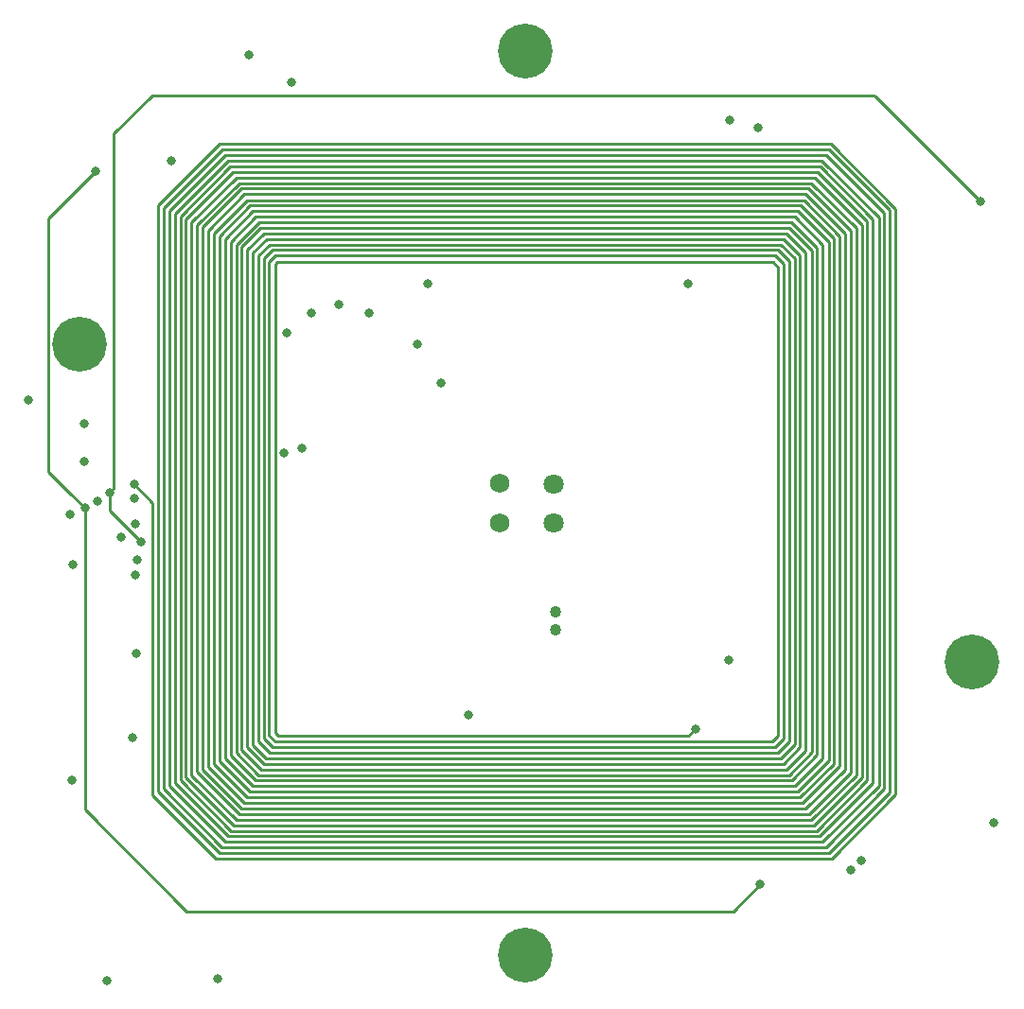
<source format=gbr>
%TF.GenerationSoftware,KiCad,Pcbnew,(5.1.10)-1*%
%TF.CreationDate,2022-11-13T15:12:26-08:00*%
%TF.ProjectId,-ZFace,2d5a4661-6365-42e6-9b69-6361645f7063,1.0*%
%TF.SameCoordinates,Original*%
%TF.FileFunction,Copper,L2,Inr*%
%TF.FilePolarity,Positive*%
%FSLAX46Y46*%
G04 Gerber Fmt 4.6, Leading zero omitted, Abs format (unit mm)*
G04 Created by KiCad (PCBNEW (5.1.10)-1) date 2022-11-13 15:12:26*
%MOMM*%
%LPD*%
G01*
G04 APERTURE LIST*
%TA.AperFunction,ComponentPad*%
%ADD10C,1.750000*%
%TD*%
%TA.AperFunction,ComponentPad*%
%ADD11C,1.800000*%
%TD*%
%TA.AperFunction,ComponentPad*%
%ADD12C,1.030000*%
%TD*%
%TA.AperFunction,ComponentPad*%
%ADD13C,4.900000*%
%TD*%
%TA.AperFunction,ViaPad*%
%ADD14C,0.800000*%
%TD*%
%TA.AperFunction,Conductor*%
%ADD15C,0.250000*%
%TD*%
G04 APERTURE END LIST*
D10*
%TO.N,Net-(J8-Pad1)*%
%TO.C,J8*%
X158200000Y-83750000D03*
%TO.N,Net-(J8-Pad2)*%
X158200000Y-80250000D03*
%TD*%
D11*
%TO.N,Net-(J6-Pad2)*%
%TO.C,J7*%
X163000000Y-83800000D03*
%TO.N,Net-(J6-Pad1)*%
X163000000Y-80300000D03*
%TD*%
D12*
%TO.N,Net-(J6-Pad2)*%
%TO.C,J6*%
X163150000Y-93325000D03*
%TO.N,Net-(J6-Pad1)*%
X163150000Y-91775000D03*
%TD*%
D13*
%TO.N,Net-(J13-Pad1)*%
%TO.C,J13*%
X200450000Y-96250000D03*
%TD*%
%TO.N,Net-(J12-Pad1)*%
%TO.C,J12*%
X160500000Y-41550000D03*
%TD*%
%TO.N,Net-(J11-Pad1)*%
%TO.C,J11*%
X120550000Y-67750000D03*
%TD*%
%TO.N,Net-(J14-Pad1)*%
%TO.C,J14*%
X160500000Y-122450000D03*
%TD*%
D14*
%TO.N,GND*%
X121000000Y-78300000D03*
X124300000Y-85050000D03*
X121000000Y-74900000D03*
X152950000Y-71250000D03*
X139150000Y-66800000D03*
X125700000Y-95500000D03*
X132950000Y-124600000D03*
X178650000Y-96100000D03*
X150810000Y-67740000D03*
X202400000Y-110600000D03*
X155400000Y-100950000D03*
%TO.N,VSOLAR*%
X119950000Y-87500000D03*
X135725000Y-41875000D03*
X119925000Y-106775000D03*
X116050000Y-72800000D03*
X123000000Y-124750000D03*
%TO.N,3V3*%
X128800000Y-51350000D03*
X189600000Y-114850000D03*
X125575000Y-83875000D03*
X181300000Y-48400000D03*
%TO.N,Net-(D1-Pad1)*%
X151700000Y-62400000D03*
X175000000Y-62400000D03*
%TO.N,+MagZ*%
X175700000Y-102200000D03*
X125450000Y-80350000D03*
X125450000Y-81600000D03*
%TO.N,-MagY*%
X123250000Y-81050000D03*
X126100000Y-85500000D03*
X201150000Y-55000000D03*
%TO.N,+MagY*%
X122200000Y-81800000D03*
X125285000Y-102965000D03*
X178775000Y-47725000D03*
%TO.N,-MagX*%
X121050000Y-82450000D03*
X181465000Y-116135000D03*
X122050000Y-52250000D03*
%TO.N,+MagX*%
X119700000Y-83000000D03*
X139543205Y-44356795D03*
X190500000Y-114000000D03*
%TO.N,SCL4*%
X125750000Y-87100000D03*
X140500000Y-77100000D03*
%TO.N,SDA4*%
X125550000Y-88400000D03*
X138900000Y-77500000D03*
%TO.N,SCL5*%
X143814999Y-64224999D03*
%TO.N,SDA5*%
X146450000Y-64950000D03*
X141300000Y-64950000D03*
%TD*%
D15*
%TO.N,+MagZ*%
X175700000Y-102200000D02*
X175700000Y-102200000D01*
X138350000Y-102850000D02*
X175050000Y-102850000D01*
X138100000Y-102600000D02*
X138350000Y-102850000D01*
X138100000Y-60550000D02*
X138100000Y-102600000D01*
X138250000Y-60400000D02*
X138100000Y-60550000D01*
X175050000Y-102850000D02*
X175700000Y-102200000D01*
X133100000Y-113350000D02*
X127600000Y-107850000D01*
X187600000Y-113350000D02*
X133100000Y-113350000D01*
X193050000Y-55800000D02*
X193050000Y-107900000D01*
X193050000Y-107900000D02*
X187600000Y-113350000D01*
X133350000Y-50350000D02*
X187600000Y-50350000D01*
X128100000Y-107600000D02*
X128100000Y-55600000D01*
X133300000Y-112800000D02*
X128100000Y-107600000D01*
X192550000Y-107600000D02*
X187350000Y-112800000D01*
X193600000Y-108100000D02*
X187850000Y-113850000D01*
X187600000Y-50350000D02*
X193050000Y-55800000D01*
X192550000Y-56050000D02*
X192550000Y-107600000D01*
X128100000Y-55600000D02*
X133350000Y-50350000D01*
X127600000Y-107850000D02*
X127600000Y-55350000D01*
X187350000Y-112800000D02*
X133300000Y-112800000D01*
X187350000Y-50850000D02*
X192550000Y-56050000D01*
X133100000Y-49850000D02*
X187800000Y-49850000D01*
X187800000Y-49850000D02*
X193600000Y-55650000D01*
X193600000Y-55650000D02*
X193600000Y-108100000D01*
X187850000Y-113850000D02*
X132800000Y-113850000D01*
X132800000Y-113850000D02*
X127100000Y-108150000D01*
X127600000Y-55350000D02*
X133100000Y-49850000D01*
X187350000Y-50850000D02*
X177100000Y-50850000D01*
X177350000Y-50850000D02*
X177100000Y-50850000D01*
X133600000Y-50850000D02*
X177100000Y-50850000D01*
X128600000Y-55850000D02*
X133600000Y-50850000D01*
X128600000Y-107350000D02*
X128600000Y-55850000D01*
X133600000Y-112350000D02*
X128600000Y-107350000D01*
X187050000Y-112350000D02*
X133600000Y-112350000D01*
X190050000Y-57350000D02*
X190050000Y-106350000D01*
X186050000Y-53350000D02*
X190050000Y-57350000D01*
X191050000Y-106850000D02*
X186550000Y-111350000D01*
X131050000Y-57150000D02*
X134850000Y-53350000D01*
X133850000Y-111850000D02*
X129100000Y-107100000D01*
X134850000Y-109850000D02*
X131050000Y-106050000D01*
X185850000Y-109850000D02*
X134850000Y-109850000D01*
X187000000Y-51350000D02*
X192100000Y-56450000D01*
X189550000Y-106150000D02*
X185850000Y-109850000D01*
X135100000Y-109350000D02*
X131600000Y-105850000D01*
X189550000Y-57600000D02*
X189550000Y-106150000D01*
X185800000Y-53850000D02*
X189550000Y-57600000D01*
X134600000Y-110350000D02*
X130600000Y-106350000D01*
X190050000Y-106350000D02*
X186050000Y-110350000D01*
X129100000Y-107100000D02*
X129100000Y-56100000D01*
X135050000Y-53850000D02*
X185800000Y-53850000D01*
X131600000Y-57300000D02*
X135050000Y-53850000D01*
X186850000Y-51900000D02*
X191550000Y-56600000D01*
X131600000Y-105850000D02*
X131600000Y-57300000D01*
X192100000Y-107300000D02*
X187050000Y-112350000D01*
X185400000Y-54900000D02*
X188600000Y-58100000D01*
X131050000Y-106050000D02*
X131050000Y-57150000D01*
X188600000Y-58100000D02*
X188600000Y-105550000D01*
X185550000Y-54350000D02*
X189050000Y-57850000D01*
X134050000Y-51900000D02*
X186850000Y-51900000D01*
X188600000Y-105550000D02*
X185300000Y-108850000D01*
X132100000Y-57600000D02*
X135350000Y-54350000D01*
X185300000Y-108850000D02*
X135350000Y-108850000D01*
X135350000Y-108850000D02*
X132100000Y-105600000D01*
X132100000Y-105600000D02*
X132100000Y-57600000D01*
X186050000Y-110350000D02*
X134600000Y-110350000D01*
X189050000Y-105850000D02*
X185550000Y-109350000D01*
X134350000Y-110850000D02*
X130100000Y-106600000D01*
X135350000Y-54350000D02*
X185550000Y-54350000D01*
X130100000Y-56600000D02*
X134300000Y-52400000D01*
X189050000Y-57850000D02*
X189050000Y-105850000D01*
X134850000Y-53350000D02*
X186050000Y-53350000D01*
X185550000Y-109350000D02*
X135100000Y-109350000D01*
X129600000Y-106850000D02*
X129600000Y-56350000D01*
X130600000Y-106350000D02*
X130600000Y-56850000D01*
X130600000Y-56850000D02*
X134600000Y-52850000D01*
X192100000Y-56450000D02*
X192100000Y-107300000D01*
X134600000Y-52850000D02*
X186350000Y-52850000D01*
X186350000Y-52850000D02*
X190600000Y-57100000D01*
X191550000Y-56600000D02*
X191550000Y-107100000D01*
X190600000Y-57100000D02*
X190600000Y-106550000D01*
X133850000Y-51350000D02*
X187000000Y-51350000D01*
X190600000Y-106550000D02*
X186300000Y-110850000D01*
X186300000Y-110850000D02*
X134350000Y-110850000D01*
X134300000Y-52400000D02*
X186650000Y-52400000D01*
X130100000Y-106600000D02*
X130100000Y-56600000D01*
X186650000Y-52400000D02*
X191050000Y-56800000D01*
X191050000Y-56800000D02*
X191050000Y-106850000D01*
X186550000Y-111350000D02*
X134100000Y-111350000D01*
X134100000Y-111350000D02*
X129600000Y-106850000D01*
X129600000Y-56350000D02*
X134050000Y-51900000D01*
X191550000Y-107100000D02*
X186800000Y-111850000D01*
X186800000Y-111850000D02*
X133850000Y-111850000D01*
X129100000Y-56100000D02*
X133850000Y-51350000D01*
X185400000Y-54900000D02*
X175200000Y-54900000D01*
X175400000Y-54900000D02*
X175200000Y-54900000D01*
X132600000Y-57850000D02*
X135550000Y-54900000D01*
X132600000Y-105350000D02*
X132600000Y-57850000D01*
X187050000Y-58850000D02*
X187050000Y-104900000D01*
X136350000Y-56350000D02*
X184550000Y-56350000D01*
X184600000Y-107350000D02*
X136100000Y-107350000D01*
X135850000Y-55350000D02*
X185100000Y-55350000D01*
X187050000Y-104900000D02*
X184600000Y-107350000D01*
X134100000Y-58600000D02*
X136350000Y-56350000D01*
X135550000Y-54900000D02*
X175200000Y-54900000D01*
X133600000Y-58350000D02*
X136100000Y-55850000D01*
X184800000Y-55850000D02*
X187600000Y-58650000D01*
X136100000Y-107350000D02*
X133600000Y-104850000D01*
X136100000Y-55850000D02*
X184800000Y-55850000D01*
X186550000Y-59150000D02*
X186550000Y-104550000D01*
X186550000Y-104550000D02*
X184300000Y-106800000D01*
X184550000Y-56350000D02*
X187050000Y-58850000D01*
X185100000Y-55350000D02*
X188050000Y-58300000D01*
X184250000Y-56850000D02*
X186550000Y-59150000D01*
X187600000Y-58650000D02*
X187600000Y-105050000D01*
X133100000Y-58100000D02*
X135850000Y-55350000D01*
X134100000Y-104600000D02*
X134100000Y-58600000D01*
X133600000Y-104850000D02*
X133600000Y-58350000D01*
X184300000Y-106800000D02*
X136300000Y-106800000D01*
X188050000Y-58300000D02*
X188050000Y-105350000D01*
X187600000Y-105050000D02*
X184800000Y-107850000D01*
X184800000Y-107850000D02*
X135800000Y-107850000D01*
X136300000Y-106800000D02*
X134100000Y-104600000D01*
X135800000Y-107850000D02*
X133100000Y-105150000D01*
X133100000Y-105150000D02*
X133100000Y-58100000D01*
X188050000Y-105350000D02*
X185050000Y-108350000D01*
X185050000Y-108350000D02*
X135600000Y-108350000D01*
X135600000Y-108350000D02*
X132600000Y-105350000D01*
X184250000Y-56850000D02*
X174100000Y-56850000D01*
X174250000Y-56850000D02*
X174100000Y-56850000D01*
X183100000Y-102800000D02*
X183100000Y-60900000D01*
X182550000Y-103350000D02*
X183100000Y-102800000D01*
X138100000Y-59850000D02*
X137550000Y-60400000D01*
X182850000Y-59850000D02*
X138100000Y-59850000D01*
X183550000Y-60550000D02*
X182850000Y-59850000D01*
X183550000Y-103100000D02*
X183550000Y-60550000D01*
X137850000Y-103850000D02*
X182800000Y-103850000D01*
X137100000Y-103100000D02*
X137850000Y-103850000D01*
X137850000Y-59350000D02*
X137100000Y-60100000D01*
X184050000Y-60300000D02*
X183100000Y-59350000D01*
X184050000Y-103350000D02*
X184050000Y-60300000D01*
X183050000Y-104350000D02*
X184050000Y-103350000D01*
X182800000Y-103850000D02*
X183550000Y-103100000D01*
X137600000Y-104350000D02*
X183050000Y-104350000D01*
X136600000Y-103350000D02*
X137600000Y-104350000D01*
X184550000Y-60100000D02*
X183300000Y-58850000D01*
X184550000Y-103600000D02*
X184550000Y-60100000D01*
X183300000Y-104850000D02*
X184550000Y-103600000D01*
X184100000Y-57400000D02*
X136750000Y-57400000D01*
X183100000Y-59350000D02*
X137850000Y-59350000D01*
X135100000Y-59050000D02*
X135100000Y-104100000D01*
X136850000Y-105850000D02*
X183850000Y-105850000D01*
X135100000Y-104100000D02*
X136850000Y-105850000D01*
X136750000Y-57400000D02*
X135100000Y-59050000D01*
X138100000Y-103350000D02*
X182550000Y-103350000D01*
X186100000Y-59400000D02*
X184100000Y-57400000D01*
X186100000Y-104300000D02*
X186100000Y-59400000D01*
X136600000Y-59850000D02*
X136600000Y-103350000D01*
X184050000Y-106350000D02*
X186100000Y-104300000D01*
X134600000Y-58900000D02*
X134600000Y-104350000D01*
X183550000Y-58350000D02*
X137350000Y-58350000D01*
X137600000Y-58850000D02*
X136600000Y-59850000D01*
X134600000Y-104350000D02*
X136600000Y-106350000D01*
X136650000Y-56850000D02*
X134600000Y-58900000D01*
X137350000Y-58350000D02*
X136100000Y-59600000D01*
X174100000Y-56850000D02*
X136650000Y-56850000D01*
X137550000Y-102800000D02*
X138100000Y-103350000D01*
X185550000Y-104150000D02*
X185550000Y-59550000D01*
X183100000Y-60900000D02*
X182600000Y-60400000D01*
X185550000Y-59550000D02*
X183850000Y-57850000D01*
X183300000Y-58850000D02*
X137600000Y-58850000D01*
X183850000Y-105850000D02*
X185550000Y-104150000D01*
X185050000Y-59850000D02*
X183550000Y-58350000D01*
X136600000Y-106350000D02*
X184050000Y-106350000D01*
X136100000Y-59600000D02*
X136100000Y-103650000D01*
X183850000Y-57850000D02*
X137100000Y-57850000D01*
X183550000Y-105350000D02*
X185050000Y-103850000D01*
X137550000Y-60400000D02*
X137550000Y-102800000D01*
X135600000Y-59350000D02*
X135600000Y-103850000D01*
X137100000Y-60100000D02*
X137100000Y-103100000D01*
X137100000Y-57850000D02*
X135600000Y-59350000D01*
X185050000Y-103850000D02*
X185050000Y-59850000D01*
X136100000Y-103650000D02*
X137300000Y-104850000D01*
X135600000Y-103850000D02*
X137100000Y-105350000D01*
X137100000Y-105350000D02*
X183550000Y-105350000D01*
X137300000Y-104850000D02*
X183300000Y-104850000D01*
X172400000Y-60400000D02*
X182600000Y-60400000D01*
X172600000Y-60400000D02*
X172400000Y-60400000D01*
X172400000Y-60400000D02*
X138250000Y-60400000D01*
X127100000Y-108150000D02*
X127100000Y-83250000D01*
X127100000Y-82000000D02*
X125450000Y-80350000D01*
X127100000Y-83250000D02*
X127100000Y-82000000D01*
%TO.N,-MagY*%
X123250000Y-82650000D02*
X126100000Y-85500000D01*
X123250000Y-81050000D02*
X123250000Y-82650000D01*
X123649999Y-80650001D02*
X123649999Y-48900001D01*
X123250000Y-81050000D02*
X123649999Y-80650001D01*
X191625000Y-45475000D02*
X191775000Y-45625000D01*
X127075000Y-45475000D02*
X191625000Y-45475000D01*
X191775000Y-45625000D02*
X201150000Y-55000000D01*
X123649999Y-48900001D02*
X127075000Y-45475000D01*
%TO.N,-MagX*%
X121050000Y-82450000D02*
X119650000Y-81050000D01*
X119650000Y-81050000D02*
X117774999Y-79174999D01*
X117774999Y-59074999D02*
X117774999Y-56525001D01*
X117774999Y-79174999D02*
X117774999Y-59074999D01*
X117774999Y-56525001D02*
X122050000Y-52250000D01*
X121050000Y-109473002D02*
X130126998Y-118550000D01*
X121050000Y-82450000D02*
X121050000Y-109473002D01*
X179050000Y-118550000D02*
X181465000Y-116135000D01*
X130126998Y-118550000D02*
X179050000Y-118550000D01*
%TD*%
M02*

</source>
